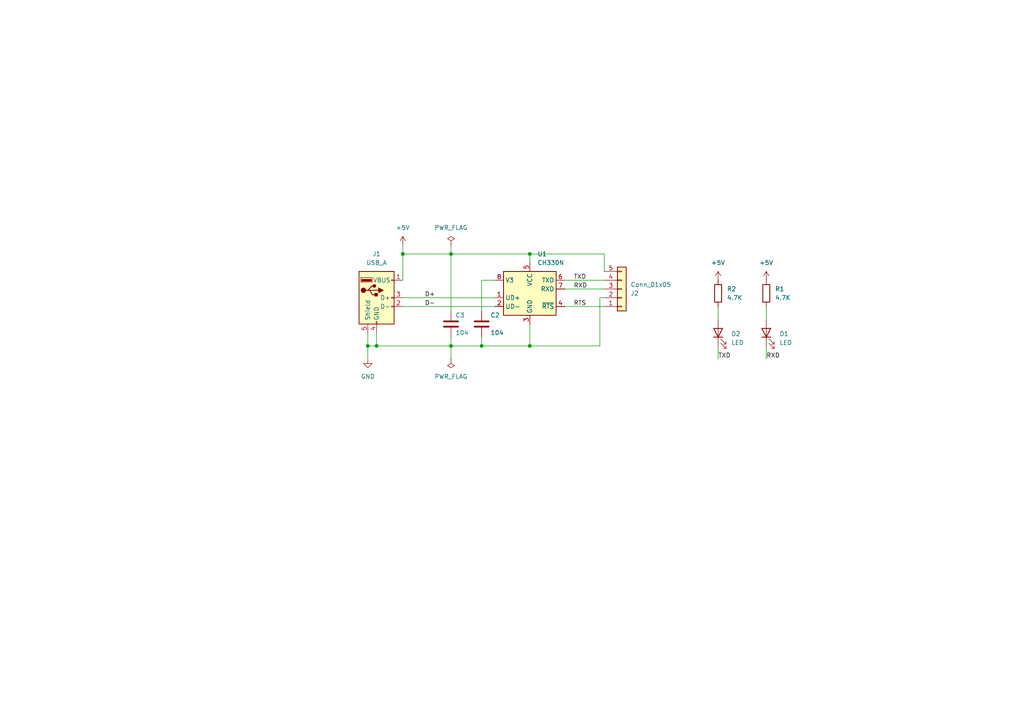
<source format=kicad_sch>
(kicad_sch (version 20230121) (generator eeschema)

  (uuid 9989e371-3d35-480c-a1e8-1b047418ba18)

  (paper "A4")

  (title_block
    (title "USB_TTL")
    (date "2023-08-22")
    (rev "V1.0")
  )

  (lib_symbols
    (symbol "Connector:USB_A" (pin_names (offset 1.016)) (in_bom yes) (on_board yes)
      (property "Reference" "J" (at -5.08 11.43 0)
        (effects (font (size 1.27 1.27)) (justify left))
      )
      (property "Value" "USB_A" (at -5.08 8.89 0)
        (effects (font (size 1.27 1.27)) (justify left))
      )
      (property "Footprint" "" (at 3.81 -1.27 0)
        (effects (font (size 1.27 1.27)) hide)
      )
      (property "Datasheet" " ~" (at 3.81 -1.27 0)
        (effects (font (size 1.27 1.27)) hide)
      )
      (property "ki_keywords" "connector USB" (at 0 0 0)
        (effects (font (size 1.27 1.27)) hide)
      )
      (property "ki_description" "USB Type A connector" (at 0 0 0)
        (effects (font (size 1.27 1.27)) hide)
      )
      (property "ki_fp_filters" "USB*" (at 0 0 0)
        (effects (font (size 1.27 1.27)) hide)
      )
      (symbol "USB_A_0_1"
        (rectangle (start -5.08 -7.62) (end 5.08 7.62)
          (stroke (width 0.254) (type default))
          (fill (type background))
        )
        (circle (center -3.81 2.159) (radius 0.635)
          (stroke (width 0.254) (type default))
          (fill (type outline))
        )
        (rectangle (start -1.524 4.826) (end -4.318 5.334)
          (stroke (width 0) (type default))
          (fill (type outline))
        )
        (rectangle (start -1.27 4.572) (end -4.572 5.842)
          (stroke (width 0) (type default))
          (fill (type none))
        )
        (circle (center -0.635 3.429) (radius 0.381)
          (stroke (width 0.254) (type default))
          (fill (type outline))
        )
        (rectangle (start -0.127 -7.62) (end 0.127 -6.858)
          (stroke (width 0) (type default))
          (fill (type none))
        )
        (polyline
          (pts
            (xy -3.175 2.159)
            (xy -2.54 2.159)
            (xy -1.27 3.429)
            (xy -0.635 3.429)
          )
          (stroke (width 0.254) (type default))
          (fill (type none))
        )
        (polyline
          (pts
            (xy -2.54 2.159)
            (xy -1.905 2.159)
            (xy -1.27 0.889)
            (xy 0 0.889)
          )
          (stroke (width 0.254) (type default))
          (fill (type none))
        )
        (polyline
          (pts
            (xy 0.635 2.794)
            (xy 0.635 1.524)
            (xy 1.905 2.159)
            (xy 0.635 2.794)
          )
          (stroke (width 0.254) (type default))
          (fill (type outline))
        )
        (rectangle (start 0.254 1.27) (end -0.508 0.508)
          (stroke (width 0.254) (type default))
          (fill (type outline))
        )
        (rectangle (start 5.08 -2.667) (end 4.318 -2.413)
          (stroke (width 0) (type default))
          (fill (type none))
        )
        (rectangle (start 5.08 -0.127) (end 4.318 0.127)
          (stroke (width 0) (type default))
          (fill (type none))
        )
        (rectangle (start 5.08 4.953) (end 4.318 5.207)
          (stroke (width 0) (type default))
          (fill (type none))
        )
      )
      (symbol "USB_A_1_1"
        (polyline
          (pts
            (xy -1.905 2.159)
            (xy 0.635 2.159)
          )
          (stroke (width 0.254) (type default))
          (fill (type none))
        )
        (pin power_in line (at 7.62 5.08 180) (length 2.54)
          (name "VBUS" (effects (font (size 1.27 1.27))))
          (number "1" (effects (font (size 1.27 1.27))))
        )
        (pin bidirectional line (at 7.62 -2.54 180) (length 2.54)
          (name "D-" (effects (font (size 1.27 1.27))))
          (number "2" (effects (font (size 1.27 1.27))))
        )
        (pin bidirectional line (at 7.62 0 180) (length 2.54)
          (name "D+" (effects (font (size 1.27 1.27))))
          (number "3" (effects (font (size 1.27 1.27))))
        )
        (pin power_in line (at 0 -10.16 90) (length 2.54)
          (name "GND" (effects (font (size 1.27 1.27))))
          (number "4" (effects (font (size 1.27 1.27))))
        )
        (pin passive line (at -2.54 -10.16 90) (length 2.54)
          (name "Shield" (effects (font (size 1.27 1.27))))
          (number "5" (effects (font (size 1.27 1.27))))
        )
      )
    )
    (symbol "Connector_Generic:Conn_01x05" (pin_names (offset 1.016) hide) (in_bom yes) (on_board yes)
      (property "Reference" "J" (at 0 7.62 0)
        (effects (font (size 1.27 1.27)))
      )
      (property "Value" "Conn_01x05" (at 0 -7.62 0)
        (effects (font (size 1.27 1.27)))
      )
      (property "Footprint" "" (at 0 0 0)
        (effects (font (size 1.27 1.27)) hide)
      )
      (property "Datasheet" "~" (at 0 0 0)
        (effects (font (size 1.27 1.27)) hide)
      )
      (property "ki_keywords" "connector" (at 0 0 0)
        (effects (font (size 1.27 1.27)) hide)
      )
      (property "ki_description" "Generic connector, single row, 01x05, script generated (kicad-library-utils/schlib/autogen/connector/)" (at 0 0 0)
        (effects (font (size 1.27 1.27)) hide)
      )
      (property "ki_fp_filters" "Connector*:*_1x??_*" (at 0 0 0)
        (effects (font (size 1.27 1.27)) hide)
      )
      (symbol "Conn_01x05_1_1"
        (rectangle (start -1.27 -4.953) (end 0 -5.207)
          (stroke (width 0.1524) (type default))
          (fill (type none))
        )
        (rectangle (start -1.27 -2.413) (end 0 -2.667)
          (stroke (width 0.1524) (type default))
          (fill (type none))
        )
        (rectangle (start -1.27 0.127) (end 0 -0.127)
          (stroke (width 0.1524) (type default))
          (fill (type none))
        )
        (rectangle (start -1.27 2.667) (end 0 2.413)
          (stroke (width 0.1524) (type default))
          (fill (type none))
        )
        (rectangle (start -1.27 5.207) (end 0 4.953)
          (stroke (width 0.1524) (type default))
          (fill (type none))
        )
        (rectangle (start -1.27 6.35) (end 1.27 -6.35)
          (stroke (width 0.254) (type default))
          (fill (type background))
        )
        (pin passive line (at -5.08 5.08 0) (length 3.81)
          (name "Pin_1" (effects (font (size 1.27 1.27))))
          (number "1" (effects (font (size 1.27 1.27))))
        )
        (pin passive line (at -5.08 2.54 0) (length 3.81)
          (name "Pin_2" (effects (font (size 1.27 1.27))))
          (number "2" (effects (font (size 1.27 1.27))))
        )
        (pin passive line (at -5.08 0 0) (length 3.81)
          (name "Pin_3" (effects (font (size 1.27 1.27))))
          (number "3" (effects (font (size 1.27 1.27))))
        )
        (pin passive line (at -5.08 -2.54 0) (length 3.81)
          (name "Pin_4" (effects (font (size 1.27 1.27))))
          (number "4" (effects (font (size 1.27 1.27))))
        )
        (pin passive line (at -5.08 -5.08 0) (length 3.81)
          (name "Pin_5" (effects (font (size 1.27 1.27))))
          (number "5" (effects (font (size 1.27 1.27))))
        )
      )
    )
    (symbol "Device:C" (pin_numbers hide) (pin_names (offset 0.254)) (in_bom yes) (on_board yes)
      (property "Reference" "C" (at 0.635 2.54 0)
        (effects (font (size 1.27 1.27)) (justify left))
      )
      (property "Value" "C" (at 0.635 -2.54 0)
        (effects (font (size 1.27 1.27)) (justify left))
      )
      (property "Footprint" "" (at 0.9652 -3.81 0)
        (effects (font (size 1.27 1.27)) hide)
      )
      (property "Datasheet" "~" (at 0 0 0)
        (effects (font (size 1.27 1.27)) hide)
      )
      (property "ki_keywords" "cap capacitor" (at 0 0 0)
        (effects (font (size 1.27 1.27)) hide)
      )
      (property "ki_description" "Unpolarized capacitor" (at 0 0 0)
        (effects (font (size 1.27 1.27)) hide)
      )
      (property "ki_fp_filters" "C_*" (at 0 0 0)
        (effects (font (size 1.27 1.27)) hide)
      )
      (symbol "C_0_1"
        (polyline
          (pts
            (xy -2.032 -0.762)
            (xy 2.032 -0.762)
          )
          (stroke (width 0.508) (type default))
          (fill (type none))
        )
        (polyline
          (pts
            (xy -2.032 0.762)
            (xy 2.032 0.762)
          )
          (stroke (width 0.508) (type default))
          (fill (type none))
        )
      )
      (symbol "C_1_1"
        (pin passive line (at 0 3.81 270) (length 2.794)
          (name "~" (effects (font (size 1.27 1.27))))
          (number "1" (effects (font (size 1.27 1.27))))
        )
        (pin passive line (at 0 -3.81 90) (length 2.794)
          (name "~" (effects (font (size 1.27 1.27))))
          (number "2" (effects (font (size 1.27 1.27))))
        )
      )
    )
    (symbol "Device:LED" (pin_numbers hide) (pin_names (offset 1.016) hide) (in_bom yes) (on_board yes)
      (property "Reference" "D" (at 0 2.54 0)
        (effects (font (size 1.27 1.27)))
      )
      (property "Value" "LED" (at 0 -2.54 0)
        (effects (font (size 1.27 1.27)))
      )
      (property "Footprint" "" (at 0 0 0)
        (effects (font (size 1.27 1.27)) hide)
      )
      (property "Datasheet" "~" (at 0 0 0)
        (effects (font (size 1.27 1.27)) hide)
      )
      (property "ki_keywords" "LED diode" (at 0 0 0)
        (effects (font (size 1.27 1.27)) hide)
      )
      (property "ki_description" "Light emitting diode" (at 0 0 0)
        (effects (font (size 1.27 1.27)) hide)
      )
      (property "ki_fp_filters" "LED* LED_SMD:* LED_THT:*" (at 0 0 0)
        (effects (font (size 1.27 1.27)) hide)
      )
      (symbol "LED_0_1"
        (polyline
          (pts
            (xy -1.27 -1.27)
            (xy -1.27 1.27)
          )
          (stroke (width 0.254) (type default))
          (fill (type none))
        )
        (polyline
          (pts
            (xy -1.27 0)
            (xy 1.27 0)
          )
          (stroke (width 0) (type default))
          (fill (type none))
        )
        (polyline
          (pts
            (xy 1.27 -1.27)
            (xy 1.27 1.27)
            (xy -1.27 0)
            (xy 1.27 -1.27)
          )
          (stroke (width 0.254) (type default))
          (fill (type none))
        )
        (polyline
          (pts
            (xy -3.048 -0.762)
            (xy -4.572 -2.286)
            (xy -3.81 -2.286)
            (xy -4.572 -2.286)
            (xy -4.572 -1.524)
          )
          (stroke (width 0) (type default))
          (fill (type none))
        )
        (polyline
          (pts
            (xy -1.778 -0.762)
            (xy -3.302 -2.286)
            (xy -2.54 -2.286)
            (xy -3.302 -2.286)
            (xy -3.302 -1.524)
          )
          (stroke (width 0) (type default))
          (fill (type none))
        )
      )
      (symbol "LED_1_1"
        (pin passive line (at -3.81 0 0) (length 2.54)
          (name "K" (effects (font (size 1.27 1.27))))
          (number "1" (effects (font (size 1.27 1.27))))
        )
        (pin passive line (at 3.81 0 180) (length 2.54)
          (name "A" (effects (font (size 1.27 1.27))))
          (number "2" (effects (font (size 1.27 1.27))))
        )
      )
    )
    (symbol "Device:R" (pin_numbers hide) (pin_names (offset 0)) (in_bom yes) (on_board yes)
      (property "Reference" "R" (at 2.032 0 90)
        (effects (font (size 1.27 1.27)))
      )
      (property "Value" "R" (at 0 0 90)
        (effects (font (size 1.27 1.27)))
      )
      (property "Footprint" "" (at -1.778 0 90)
        (effects (font (size 1.27 1.27)) hide)
      )
      (property "Datasheet" "~" (at 0 0 0)
        (effects (font (size 1.27 1.27)) hide)
      )
      (property "ki_keywords" "R res resistor" (at 0 0 0)
        (effects (font (size 1.27 1.27)) hide)
      )
      (property "ki_description" "Resistor" (at 0 0 0)
        (effects (font (size 1.27 1.27)) hide)
      )
      (property "ki_fp_filters" "R_*" (at 0 0 0)
        (effects (font (size 1.27 1.27)) hide)
      )
      (symbol "R_0_1"
        (rectangle (start -1.016 -2.54) (end 1.016 2.54)
          (stroke (width 0.254) (type default))
          (fill (type none))
        )
      )
      (symbol "R_1_1"
        (pin passive line (at 0 3.81 270) (length 1.27)
          (name "~" (effects (font (size 1.27 1.27))))
          (number "1" (effects (font (size 1.27 1.27))))
        )
        (pin passive line (at 0 -3.81 90) (length 1.27)
          (name "~" (effects (font (size 1.27 1.27))))
          (number "2" (effects (font (size 1.27 1.27))))
        )
      )
    )
    (symbol "Interface_USB:CH330N" (in_bom yes) (on_board yes)
      (property "Reference" "U" (at -7.62 6.35 0)
        (effects (font (size 1.27 1.27)) (justify left))
      )
      (property "Value" "CH330N" (at 7.62 6.35 0)
        (effects (font (size 1.27 1.27)) (justify right))
      )
      (property "Footprint" "Package_SO:SOIC-8_3.9x4.9mm_P1.27mm" (at -3.81 19.05 0)
        (effects (font (size 1.27 1.27)) hide)
      )
      (property "Datasheet" "http://www.wch.cn/downloads/file/240.html" (at -2.54 5.08 0)
        (effects (font (size 1.27 1.27)) hide)
      )
      (property "ki_keywords" "usb uart wch serial" (at 0 0 0)
        (effects (font (size 1.27 1.27)) hide)
      )
      (property "ki_description" "USB serial converter, UART, SOIC-8" (at 0 0 0)
        (effects (font (size 1.27 1.27)) hide)
      )
      (property "ki_fp_filters" "SOIC*3.9x4.9mm*P1.27mm*" (at 0 0 0)
        (effects (font (size 1.27 1.27)) hide)
      )
      (symbol "CH330N_0_1"
        (rectangle (start -7.62 5.08) (end 7.62 -7.62)
          (stroke (width 0.254) (type default))
          (fill (type background))
        )
      )
      (symbol "CH330N_1_1"
        (pin bidirectional line (at -10.16 -2.54 0) (length 2.54)
          (name "UD+" (effects (font (size 1.27 1.27))))
          (number "1" (effects (font (size 1.27 1.27))))
        )
        (pin bidirectional line (at -10.16 -5.08 0) (length 2.54)
          (name "UD-" (effects (font (size 1.27 1.27))))
          (number "2" (effects (font (size 1.27 1.27))))
        )
        (pin power_in line (at 0 -10.16 90) (length 2.54)
          (name "GND" (effects (font (size 1.27 1.27))))
          (number "3" (effects (font (size 1.27 1.27))))
        )
        (pin output line (at 10.16 -5.08 180) (length 2.54)
          (name "~{RTS}" (effects (font (size 1.27 1.27))))
          (number "4" (effects (font (size 1.27 1.27))))
        )
        (pin power_in line (at 0 7.62 270) (length 2.54)
          (name "VCC" (effects (font (size 1.27 1.27))))
          (number "5" (effects (font (size 1.27 1.27))))
        )
        (pin output line (at 10.16 2.54 180) (length 2.54)
          (name "TXD" (effects (font (size 1.27 1.27))))
          (number "6" (effects (font (size 1.27 1.27))))
        )
        (pin input line (at 10.16 0 180) (length 2.54)
          (name "RXD" (effects (font (size 1.27 1.27))))
          (number "7" (effects (font (size 1.27 1.27))))
        )
        (pin passive line (at -10.16 2.54 0) (length 2.54)
          (name "V3" (effects (font (size 1.27 1.27))))
          (number "8" (effects (font (size 1.27 1.27))))
        )
      )
    )
    (symbol "power:+5V" (power) (pin_names (offset 0)) (in_bom yes) (on_board yes)
      (property "Reference" "#PWR" (at 0 -3.81 0)
        (effects (font (size 1.27 1.27)) hide)
      )
      (property "Value" "+5V" (at 0 3.556 0)
        (effects (font (size 1.27 1.27)))
      )
      (property "Footprint" "" (at 0 0 0)
        (effects (font (size 1.27 1.27)) hide)
      )
      (property "Datasheet" "" (at 0 0 0)
        (effects (font (size 1.27 1.27)) hide)
      )
      (property "ki_keywords" "global power" (at 0 0 0)
        (effects (font (size 1.27 1.27)) hide)
      )
      (property "ki_description" "Power symbol creates a global label with name \"+5V\"" (at 0 0 0)
        (effects (font (size 1.27 1.27)) hide)
      )
      (symbol "+5V_0_1"
        (polyline
          (pts
            (xy -0.762 1.27)
            (xy 0 2.54)
          )
          (stroke (width 0) (type default))
          (fill (type none))
        )
        (polyline
          (pts
            (xy 0 0)
            (xy 0 2.54)
          )
          (stroke (width 0) (type default))
          (fill (type none))
        )
        (polyline
          (pts
            (xy 0 2.54)
            (xy 0.762 1.27)
          )
          (stroke (width 0) (type default))
          (fill (type none))
        )
      )
      (symbol "+5V_1_1"
        (pin power_in line (at 0 0 90) (length 0) hide
          (name "+5V" (effects (font (size 1.27 1.27))))
          (number "1" (effects (font (size 1.27 1.27))))
        )
      )
    )
    (symbol "power:GND" (power) (pin_names (offset 0)) (in_bom yes) (on_board yes)
      (property "Reference" "#PWR" (at 0 -6.35 0)
        (effects (font (size 1.27 1.27)) hide)
      )
      (property "Value" "GND" (at 0 -3.81 0)
        (effects (font (size 1.27 1.27)))
      )
      (property "Footprint" "" (at 0 0 0)
        (effects (font (size 1.27 1.27)) hide)
      )
      (property "Datasheet" "" (at 0 0 0)
        (effects (font (size 1.27 1.27)) hide)
      )
      (property "ki_keywords" "global power" (at 0 0 0)
        (effects (font (size 1.27 1.27)) hide)
      )
      (property "ki_description" "Power symbol creates a global label with name \"GND\" , ground" (at 0 0 0)
        (effects (font (size 1.27 1.27)) hide)
      )
      (symbol "GND_0_1"
        (polyline
          (pts
            (xy 0 0)
            (xy 0 -1.27)
            (xy 1.27 -1.27)
            (xy 0 -2.54)
            (xy -1.27 -1.27)
            (xy 0 -1.27)
          )
          (stroke (width 0) (type default))
          (fill (type none))
        )
      )
      (symbol "GND_1_1"
        (pin power_in line (at 0 0 270) (length 0) hide
          (name "GND" (effects (font (size 1.27 1.27))))
          (number "1" (effects (font (size 1.27 1.27))))
        )
      )
    )
    (symbol "power:PWR_FLAG" (power) (pin_numbers hide) (pin_names (offset 0) hide) (in_bom yes) (on_board yes)
      (property "Reference" "#FLG" (at 0 1.905 0)
        (effects (font (size 1.27 1.27)) hide)
      )
      (property "Value" "PWR_FLAG" (at 0 3.81 0)
        (effects (font (size 1.27 1.27)))
      )
      (property "Footprint" "" (at 0 0 0)
        (effects (font (size 1.27 1.27)) hide)
      )
      (property "Datasheet" "~" (at 0 0 0)
        (effects (font (size 1.27 1.27)) hide)
      )
      (property "ki_keywords" "flag power" (at 0 0 0)
        (effects (font (size 1.27 1.27)) hide)
      )
      (property "ki_description" "Special symbol for telling ERC where power comes from" (at 0 0 0)
        (effects (font (size 1.27 1.27)) hide)
      )
      (symbol "PWR_FLAG_0_0"
        (pin power_out line (at 0 0 90) (length 0)
          (name "pwr" (effects (font (size 1.27 1.27))))
          (number "1" (effects (font (size 1.27 1.27))))
        )
      )
      (symbol "PWR_FLAG_0_1"
        (polyline
          (pts
            (xy 0 0)
            (xy 0 1.27)
            (xy -1.016 1.905)
            (xy 0 2.54)
            (xy 1.016 1.905)
            (xy 0 1.27)
          )
          (stroke (width 0) (type default))
          (fill (type none))
        )
      )
    )
  )

  (junction (at 130.81 73.66) (diameter 0) (color 0 0 0 0)
    (uuid 10016a2d-388c-43a7-adfc-e162e03f8a63)
  )
  (junction (at 139.7 100.33) (diameter 0) (color 0 0 0 0)
    (uuid 2dccf86b-104b-425c-9c76-6c663b773fea)
  )
  (junction (at 106.68 100.33) (diameter 0) (color 0 0 0 0)
    (uuid 3038bdb6-8679-4293-951c-1ccb62c10625)
  )
  (junction (at 153.67 100.33) (diameter 0) (color 0 0 0 0)
    (uuid 8e8ab383-b581-466a-8307-c592d8a694d4)
  )
  (junction (at 153.67 73.66) (diameter 0) (color 0 0 0 0)
    (uuid ad31680e-6873-4eb7-9daf-46f31266c3fb)
  )
  (junction (at 116.84 73.66) (diameter 0) (color 0 0 0 0)
    (uuid d8666ac4-b7e4-424b-9514-10e472965c92)
  )
  (junction (at 130.81 100.33) (diameter 0) (color 0 0 0 0)
    (uuid ef1a873c-c3f3-460e-b7d0-1c21e9b577c7)
  )
  (junction (at 109.22 100.33) (diameter 0) (color 0 0 0 0)
    (uuid fef0e64e-ee45-4b0e-b748-1d7ff5967936)
  )

  (wire (pts (xy 139.7 81.28) (xy 139.7 90.17))
    (stroke (width 0) (type default))
    (uuid 0108e0a9-ee84-4b21-869f-46a84d64149c)
  )
  (wire (pts (xy 222.25 100.33) (xy 222.25 104.14))
    (stroke (width 0) (type default))
    (uuid 05ce24b5-ffca-4078-8249-aaad5302a817)
  )
  (wire (pts (xy 153.67 73.66) (xy 130.81 73.66))
    (stroke (width 0) (type default))
    (uuid 0d822dee-ef89-4ae6-a5c8-7d73ece24e14)
  )
  (wire (pts (xy 139.7 100.33) (xy 153.67 100.33))
    (stroke (width 0) (type default))
    (uuid 319eabf8-a31d-4abd-889f-7d5f44a867c2)
  )
  (wire (pts (xy 163.83 83.82) (xy 175.26 83.82))
    (stroke (width 0) (type default))
    (uuid 43929c20-6f29-4c8f-a68e-d7af813dd961)
  )
  (wire (pts (xy 130.81 100.33) (xy 130.81 104.14))
    (stroke (width 0) (type default))
    (uuid 58c47a5d-7b4d-49ff-8577-626ba9dbcfa1)
  )
  (wire (pts (xy 175.26 86.36) (xy 173.99 86.36))
    (stroke (width 0) (type default))
    (uuid 58e66f44-2638-4e4f-a890-5612ff71c745)
  )
  (wire (pts (xy 116.84 86.36) (xy 143.51 86.36))
    (stroke (width 0) (type default))
    (uuid 5a9b8ed1-e5dd-4659-9d33-182c4b0fc27c)
  )
  (wire (pts (xy 130.81 73.66) (xy 130.81 90.17))
    (stroke (width 0) (type default))
    (uuid 5ac54b03-51ae-4248-8eb9-7ac533c78d24)
  )
  (wire (pts (xy 106.68 100.33) (xy 109.22 100.33))
    (stroke (width 0) (type default))
    (uuid 5c0db82f-2f69-401a-a2d6-571dfa631d53)
  )
  (wire (pts (xy 153.67 100.33) (xy 153.67 93.98))
    (stroke (width 0) (type default))
    (uuid 5d29953b-c8d7-443d-b507-b36772906505)
  )
  (wire (pts (xy 130.81 97.79) (xy 130.81 100.33))
    (stroke (width 0) (type default))
    (uuid 7146f470-6665-4b9c-9538-928e8ec59c77)
  )
  (wire (pts (xy 175.26 73.66) (xy 153.67 73.66))
    (stroke (width 0) (type default))
    (uuid 75de2a74-a445-4888-ad27-bb2e9b79ba48)
  )
  (wire (pts (xy 175.26 78.74) (xy 175.26 73.66))
    (stroke (width 0) (type default))
    (uuid 837ee6b2-6f49-4fa2-a98e-b6408d50fcca)
  )
  (wire (pts (xy 173.99 100.33) (xy 153.67 100.33))
    (stroke (width 0) (type default))
    (uuid 850259ea-ca48-45d8-90a9-56dc13e8a661)
  )
  (wire (pts (xy 116.84 73.66) (xy 116.84 81.28))
    (stroke (width 0) (type default))
    (uuid 89ce4f5c-2fe9-4be7-b1e4-a7ccc1d9b2e0)
  )
  (wire (pts (xy 143.51 81.28) (xy 139.7 81.28))
    (stroke (width 0) (type default))
    (uuid 8b53d5e2-3f36-41c0-b18b-9dc1dae5cf68)
  )
  (wire (pts (xy 106.68 96.52) (xy 106.68 100.33))
    (stroke (width 0) (type default))
    (uuid 8c203c79-925f-44be-a3ac-e79723cf7c95)
  )
  (wire (pts (xy 208.28 100.33) (xy 208.28 104.14))
    (stroke (width 0) (type default))
    (uuid 8e2a08f9-3389-49b3-b972-b9c15991f5de)
  )
  (wire (pts (xy 208.28 88.9) (xy 208.28 92.71))
    (stroke (width 0) (type default))
    (uuid a06a2b10-a364-43f1-80ae-f530a880039f)
  )
  (wire (pts (xy 163.83 88.9) (xy 175.26 88.9))
    (stroke (width 0) (type default))
    (uuid be469609-02c3-4447-9e96-3a5db235d139)
  )
  (wire (pts (xy 106.68 104.14) (xy 106.68 100.33))
    (stroke (width 0) (type default))
    (uuid bf28f6b0-abc6-4f5b-ac47-5f938a24ede8)
  )
  (wire (pts (xy 109.22 100.33) (xy 130.81 100.33))
    (stroke (width 0) (type default))
    (uuid c383b200-5fe7-432c-b476-411962bad115)
  )
  (wire (pts (xy 153.67 73.66) (xy 153.67 76.2))
    (stroke (width 0) (type default))
    (uuid c676565f-4d9d-42e9-8f26-5c9d695c3175)
  )
  (wire (pts (xy 130.81 71.12) (xy 130.81 73.66))
    (stroke (width 0) (type default))
    (uuid c6c737ad-4a2d-430e-9014-bf52ca106178)
  )
  (wire (pts (xy 222.25 88.9) (xy 222.25 92.71))
    (stroke (width 0) (type default))
    (uuid cef9ec23-8ea5-4ddc-bbb1-d2b8098fe228)
  )
  (wire (pts (xy 163.83 81.28) (xy 175.26 81.28))
    (stroke (width 0) (type default))
    (uuid cf3b546a-b6b1-4902-8816-f206a872402c)
  )
  (wire (pts (xy 173.99 86.36) (xy 173.99 100.33))
    (stroke (width 0) (type default))
    (uuid d875bd5e-26ac-4719-ab93-f0f9d54941e3)
  )
  (wire (pts (xy 139.7 97.79) (xy 139.7 100.33))
    (stroke (width 0) (type default))
    (uuid e4c8ba46-d8f3-4e46-a84b-595e6f63dd41)
  )
  (wire (pts (xy 116.84 71.12) (xy 116.84 73.66))
    (stroke (width 0) (type default))
    (uuid e525011a-96de-4a2a-9b2d-389150a2449c)
  )
  (wire (pts (xy 109.22 96.52) (xy 109.22 100.33))
    (stroke (width 0) (type default))
    (uuid ec42deb1-d2ce-4503-bab4-83374a73baff)
  )
  (wire (pts (xy 116.84 88.9) (xy 143.51 88.9))
    (stroke (width 0) (type default))
    (uuid f2b0fa95-9f1c-4793-b01f-42112b26f329)
  )
  (wire (pts (xy 130.81 73.66) (xy 116.84 73.66))
    (stroke (width 0) (type default))
    (uuid fd69a1bb-052f-4ca6-a227-df9c454df3fc)
  )
  (wire (pts (xy 130.81 100.33) (xy 139.7 100.33))
    (stroke (width 0) (type default))
    (uuid fd8b9e57-5c35-424c-a3b0-6ad1da79b694)
  )

  (label "RXD" (at 222.25 104.14 0) (fields_autoplaced)
    (effects (font (size 1.27 1.27)) (justify left bottom))
    (uuid 17742df0-73ee-4dc7-9e62-3e70ff163bd3)
  )
  (label "TXD" (at 208.28 104.14 0) (fields_autoplaced)
    (effects (font (size 1.27 1.27)) (justify left bottom))
    (uuid 341475d1-18ea-4619-81b7-b2a2b69216d6)
  )
  (label "D+" (at 123.19 86.36 0) (fields_autoplaced)
    (effects (font (size 1.27 1.27)) (justify left bottom))
    (uuid 71d6adc3-543b-4149-88f3-840ac5963d46)
  )
  (label "TXD" (at 166.37 81.28 0) (fields_autoplaced)
    (effects (font (size 1.27 1.27)) (justify left bottom))
    (uuid c7d37201-3a9a-4725-b4bf-b6a4a1a32e80)
  )
  (label "D-" (at 123.19 88.9 0) (fields_autoplaced)
    (effects (font (size 1.27 1.27)) (justify left bottom))
    (uuid c9d08d11-750c-41fb-a00f-c06982bcd3dd)
  )
  (label "RXD" (at 166.37 83.82 0) (fields_autoplaced)
    (effects (font (size 1.27 1.27)) (justify left bottom))
    (uuid dabd8d0e-c4b0-4453-b1fd-dab7c5211e8e)
  )
  (label "RTS" (at 166.37 88.9 0) (fields_autoplaced)
    (effects (font (size 1.27 1.27)) (justify left bottom))
    (uuid f1cf02ea-ec1c-4b15-a8ab-0155139a874f)
  )

  (symbol (lib_id "power:PWR_FLAG") (at 130.81 104.14 180) (unit 1)
    (in_bom yes) (on_board yes) (dnp no) (fields_autoplaced)
    (uuid 1552bc3b-7769-4b56-b6c5-97d3311ad943)
    (property "Reference" "#FLG02" (at 130.81 106.045 0)
      (effects (font (size 1.27 1.27)) hide)
    )
    (property "Value" "PWR_FLAG" (at 130.81 109.22 0)
      (effects (font (size 1.27 1.27)))
    )
    (property "Footprint" "" (at 130.81 104.14 0)
      (effects (font (size 1.27 1.27)) hide)
    )
    (property "Datasheet" "~" (at 130.81 104.14 0)
      (effects (font (size 1.27 1.27)) hide)
    )
    (pin "1" (uuid 7e262215-bd6d-4f23-848c-4053d10fba88))
    (instances
      (project "USB_TTL"
        (path "/9989e371-3d35-480c-a1e8-1b047418ba18"
          (reference "#FLG02") (unit 1)
        )
      )
    )
  )

  (symbol (lib_id "Connector_Generic:Conn_01x05") (at 180.34 83.82 0) (mirror x) (unit 1)
    (in_bom yes) (on_board yes) (dnp no)
    (uuid 17206457-8cca-4241-9e19-39e2cd52c5c1)
    (property "Reference" "J2" (at 182.88 85.09 0)
      (effects (font (size 1.27 1.27)) (justify left))
    )
    (property "Value" "Conn_01x05" (at 182.88 82.55 0)
      (effects (font (size 1.27 1.27)) (justify left))
    )
    (property "Footprint" "Connector_PinHeader_2.54mm:PinHeader_1x05_P2.54mm_Horizontal" (at 180.34 83.82 0)
      (effects (font (size 1.27 1.27)) hide)
    )
    (property "Datasheet" "~" (at 180.34 83.82 0)
      (effects (font (size 1.27 1.27)) hide)
    )
    (pin "1" (uuid 57b378c3-1ff5-49a6-8044-a2ea8ccfcc9b))
    (pin "2" (uuid 946e9120-4425-44a0-a964-ddba403fa056))
    (pin "3" (uuid 664e6809-601a-4e43-9fb4-5cb4897f8c9e))
    (pin "4" (uuid 4f154a77-9067-415d-952a-980652be84e9))
    (pin "5" (uuid d04b8364-b681-42a7-bc83-4858a505cbf6))
    (instances
      (project "USB_TTL"
        (path "/9989e371-3d35-480c-a1e8-1b047418ba18"
          (reference "J2") (unit 1)
        )
      )
    )
  )

  (symbol (lib_id "Device:LED") (at 222.25 96.52 90) (unit 1)
    (in_bom yes) (on_board yes) (dnp no) (fields_autoplaced)
    (uuid 2bdb5186-0e64-4e16-9003-753d6f761a3b)
    (property "Reference" "D1" (at 226.06 96.8375 90)
      (effects (font (size 1.27 1.27)) (justify right))
    )
    (property "Value" "LED" (at 226.06 99.3775 90)
      (effects (font (size 1.27 1.27)) (justify right))
    )
    (property "Footprint" "LED_SMD:LED_0201_0603Metric" (at 222.25 96.52 0)
      (effects (font (size 1.27 1.27)) hide)
    )
    (property "Datasheet" "~" (at 222.25 96.52 0)
      (effects (font (size 1.27 1.27)) hide)
    )
    (pin "1" (uuid e2ff3bbb-e3b7-455e-92a2-d2cacd956e7a))
    (pin "2" (uuid 65151655-78ef-4fe5-a630-d818d75fb66a))
    (instances
      (project "USB_TTL"
        (path "/9989e371-3d35-480c-a1e8-1b047418ba18"
          (reference "D1") (unit 1)
        )
      )
    )
  )

  (symbol (lib_id "Device:C") (at 139.7 93.98 0) (unit 1)
    (in_bom yes) (on_board yes) (dnp no)
    (uuid 3c36a533-9200-4462-ad4a-ca0a9afa6caa)
    (property "Reference" "C2" (at 142.24 91.44 0)
      (effects (font (size 1.27 1.27)) (justify left))
    )
    (property "Value" "104" (at 142.24 96.52 0)
      (effects (font (size 1.27 1.27)) (justify left))
    )
    (property "Footprint" "Capacitor_SMD:C_0201_0603Metric" (at 140.6652 97.79 0)
      (effects (font (size 1.27 1.27)) hide)
    )
    (property "Datasheet" "~" (at 139.7 93.98 0)
      (effects (font (size 1.27 1.27)) hide)
    )
    (pin "1" (uuid 159d9ebb-a302-4bcd-83ba-758a5025218d))
    (pin "2" (uuid 17f13176-89ae-41f2-a1dc-948cb18c044e))
    (instances
      (project "USB_TTL"
        (path "/9989e371-3d35-480c-a1e8-1b047418ba18"
          (reference "C2") (unit 1)
        )
      )
    )
  )

  (symbol (lib_id "power:+5V") (at 208.28 81.28 0) (unit 1)
    (in_bom yes) (on_board yes) (dnp no) (fields_autoplaced)
    (uuid 440ad4ac-a537-43c7-8815-4cbfbe1ef146)
    (property "Reference" "#PWR01" (at 208.28 85.09 0)
      (effects (font (size 1.27 1.27)) hide)
    )
    (property "Value" "+5V" (at 208.28 76.2 0)
      (effects (font (size 1.27 1.27)))
    )
    (property "Footprint" "" (at 208.28 81.28 0)
      (effects (font (size 1.27 1.27)) hide)
    )
    (property "Datasheet" "" (at 208.28 81.28 0)
      (effects (font (size 1.27 1.27)) hide)
    )
    (pin "1" (uuid 8347923f-b33e-43bb-8693-aa4baa8d90d3))
    (instances
      (project "USB_TTL"
        (path "/9989e371-3d35-480c-a1e8-1b047418ba18"
          (reference "#PWR01") (unit 1)
        )
      )
    )
  )

  (symbol (lib_id "power:GND") (at 106.68 104.14 0) (unit 1)
    (in_bom yes) (on_board yes) (dnp no) (fields_autoplaced)
    (uuid 5589218d-337b-41c9-8906-d3a2458b2ba7)
    (property "Reference" "#PWR06" (at 106.68 110.49 0)
      (effects (font (size 1.27 1.27)) hide)
    )
    (property "Value" "GND" (at 106.68 109.22 0)
      (effects (font (size 1.27 1.27)))
    )
    (property "Footprint" "" (at 106.68 104.14 0)
      (effects (font (size 1.27 1.27)) hide)
    )
    (property "Datasheet" "" (at 106.68 104.14 0)
      (effects (font (size 1.27 1.27)) hide)
    )
    (pin "1" (uuid d87361a9-9c65-4f9b-8396-13532902b78f))
    (instances
      (project "USB_TTL"
        (path "/9989e371-3d35-480c-a1e8-1b047418ba18"
          (reference "#PWR06") (unit 1)
        )
      )
    )
  )

  (symbol (lib_id "Interface_USB:CH330N") (at 153.67 83.82 0) (unit 1)
    (in_bom yes) (on_board yes) (dnp no) (fields_autoplaced)
    (uuid 78124dc1-8b2e-4d61-b676-f23ef5b2b37e)
    (property "Reference" "U1" (at 155.8641 73.66 0)
      (effects (font (size 1.27 1.27)) (justify left))
    )
    (property "Value" "CH330N" (at 155.8641 76.2 0)
      (effects (font (size 1.27 1.27)) (justify left))
    )
    (property "Footprint" "Package_SO:SOIC-8_3.9x4.9mm_P1.27mm" (at 149.86 64.77 0)
      (effects (font (size 1.27 1.27)) hide)
    )
    (property "Datasheet" "http://www.wch.cn/downloads/file/240.html" (at 151.13 78.74 0)
      (effects (font (size 1.27 1.27)) hide)
    )
    (pin "1" (uuid 5c42a0d1-f9c7-4269-b761-4e0aa232050a))
    (pin "2" (uuid d563f649-077f-447d-aefc-3b12aae466da))
    (pin "3" (uuid 26bc881b-ead2-43a2-a0f6-b7925797edc8))
    (pin "4" (uuid ec6a1fa7-c593-4bbd-8179-67c85d2b6657))
    (pin "5" (uuid 10df44f2-f4a1-4f97-b00d-de601778fd3b))
    (pin "6" (uuid 2d80ea7d-f799-4979-89b0-38a1fbbe500c))
    (pin "7" (uuid 84979b2b-16a9-4d6f-b3c8-362c88e3b2d6))
    (pin "8" (uuid f054b457-b77d-4faf-ac1a-59bc3770fb6f))
    (instances
      (project "USB_TTL"
        (path "/9989e371-3d35-480c-a1e8-1b047418ba18"
          (reference "U1") (unit 1)
        )
      )
    )
  )

  (symbol (lib_id "power:+5V") (at 222.25 81.28 0) (unit 1)
    (in_bom yes) (on_board yes) (dnp no) (fields_autoplaced)
    (uuid 7c747138-b0bb-4640-a0dc-cb2d33c142b7)
    (property "Reference" "#PWR02" (at 222.25 85.09 0)
      (effects (font (size 1.27 1.27)) hide)
    )
    (property "Value" "+5V" (at 222.25 76.2 0)
      (effects (font (size 1.27 1.27)))
    )
    (property "Footprint" "" (at 222.25 81.28 0)
      (effects (font (size 1.27 1.27)) hide)
    )
    (property "Datasheet" "" (at 222.25 81.28 0)
      (effects (font (size 1.27 1.27)) hide)
    )
    (pin "1" (uuid 730cb60b-d2d9-4d71-b8cf-c6d6e1cfb727))
    (instances
      (project "USB_TTL"
        (path "/9989e371-3d35-480c-a1e8-1b047418ba18"
          (reference "#PWR02") (unit 1)
        )
      )
    )
  )

  (symbol (lib_id "Connector:USB_A") (at 109.22 86.36 0) (unit 1)
    (in_bom yes) (on_board yes) (dnp no) (fields_autoplaced)
    (uuid 7fe51110-0bc3-46d8-96d8-829aa069c21f)
    (property "Reference" "J1" (at 109.22 73.66 0)
      (effects (font (size 1.27 1.27)))
    )
    (property "Value" "USB_A" (at 109.22 76.2 0)
      (effects (font (size 1.27 1.27)))
    )
    (property "Footprint" "Connector_USB:USB_A_CNCTech_1001-011-01101_Horizontal" (at 113.03 87.63 0)
      (effects (font (size 1.27 1.27)) hide)
    )
    (property "Datasheet" " ~" (at 113.03 87.63 0)
      (effects (font (size 1.27 1.27)) hide)
    )
    (pin "1" (uuid 0b29d7ee-2059-438d-aca7-6e3a8f515aac))
    (pin "2" (uuid 1d50c5f1-533a-44ca-a5ed-3ace87a5c7af))
    (pin "3" (uuid 76995865-7593-4a45-a5fd-ac1189ab99ae))
    (pin "4" (uuid 9ab5583d-3751-4c69-a9c6-7f8a2cdc42df))
    (pin "5" (uuid cd335e4d-8875-42d5-8909-7a726716583e))
    (instances
      (project "USB_TTL"
        (path "/9989e371-3d35-480c-a1e8-1b047418ba18"
          (reference "J1") (unit 1)
        )
      )
    )
  )

  (symbol (lib_id "power:+5V") (at 116.84 71.12 0) (unit 1)
    (in_bom yes) (on_board yes) (dnp no) (fields_autoplaced)
    (uuid 9f00a5f3-4de4-4201-abad-26ce0c0b5e14)
    (property "Reference" "#PWR03" (at 116.84 74.93 0)
      (effects (font (size 1.27 1.27)) hide)
    )
    (property "Value" "+5V" (at 116.84 66.04 0)
      (effects (font (size 1.27 1.27)))
    )
    (property "Footprint" "" (at 116.84 71.12 0)
      (effects (font (size 1.27 1.27)) hide)
    )
    (property "Datasheet" "" (at 116.84 71.12 0)
      (effects (font (size 1.27 1.27)) hide)
    )
    (pin "1" (uuid 396dd780-9266-4c49-9054-1f2f19a18a90))
    (instances
      (project "USB_TTL"
        (path "/9989e371-3d35-480c-a1e8-1b047418ba18"
          (reference "#PWR03") (unit 1)
        )
      )
    )
  )

  (symbol (lib_id "power:PWR_FLAG") (at 130.81 71.12 0) (unit 1)
    (in_bom yes) (on_board yes) (dnp no) (fields_autoplaced)
    (uuid a033b0fc-ee16-4d98-ae8a-9749f620b945)
    (property "Reference" "#FLG01" (at 130.81 69.215 0)
      (effects (font (size 1.27 1.27)) hide)
    )
    (property "Value" "PWR_FLAG" (at 130.81 66.04 0)
      (effects (font (size 1.27 1.27)))
    )
    (property "Footprint" "" (at 130.81 71.12 0)
      (effects (font (size 1.27 1.27)) hide)
    )
    (property "Datasheet" "~" (at 130.81 71.12 0)
      (effects (font (size 1.27 1.27)) hide)
    )
    (pin "1" (uuid 455e20ed-77bd-477e-bbac-e83cf1c271fb))
    (instances
      (project "USB_TTL"
        (path "/9989e371-3d35-480c-a1e8-1b047418ba18"
          (reference "#FLG01") (unit 1)
        )
      )
    )
  )

  (symbol (lib_id "Device:R") (at 222.25 85.09 0) (unit 1)
    (in_bom yes) (on_board yes) (dnp no) (fields_autoplaced)
    (uuid a25fb8df-4a6e-44eb-b55c-099742c2f4a9)
    (property "Reference" "R1" (at 224.79 83.82 0)
      (effects (font (size 1.27 1.27)) (justify left))
    )
    (property "Value" "4.7K" (at 224.79 86.36 0)
      (effects (font (size 1.27 1.27)) (justify left))
    )
    (property "Footprint" "Resistor_SMD:R_0201_0603Metric" (at 220.472 85.09 90)
      (effects (font (size 1.27 1.27)) hide)
    )
    (property "Datasheet" "~" (at 222.25 85.09 0)
      (effects (font (size 1.27 1.27)) hide)
    )
    (pin "1" (uuid cb6ac263-6dda-47c6-8b77-d6c2dbdb3fcb))
    (pin "2" (uuid bf2639bb-c614-4ccb-bc9c-d45a6b263a6c))
    (instances
      (project "USB_TTL"
        (path "/9989e371-3d35-480c-a1e8-1b047418ba18"
          (reference "R1") (unit 1)
        )
      )
    )
  )

  (symbol (lib_id "Device:C") (at 130.81 93.98 0) (unit 1)
    (in_bom yes) (on_board yes) (dnp no)
    (uuid a8bd1dff-517f-4edc-8cb7-2505a94592f7)
    (property "Reference" "C3" (at 132.08 91.44 0)
      (effects (font (size 1.27 1.27)) (justify left))
    )
    (property "Value" "104" (at 132.08 96.52 0)
      (effects (font (size 1.27 1.27)) (justify left))
    )
    (property "Footprint" "Capacitor_SMD:C_0201_0603Metric" (at 131.7752 97.79 0)
      (effects (font (size 1.27 1.27)) hide)
    )
    (property "Datasheet" "~" (at 130.81 93.98 0)
      (effects (font (size 1.27 1.27)) hide)
    )
    (pin "1" (uuid 9c8bbb44-ff08-44ce-a08c-02705f158a82))
    (pin "2" (uuid fcd88881-8709-48ee-960e-67f0aa43ff13))
    (instances
      (project "USB_TTL"
        (path "/9989e371-3d35-480c-a1e8-1b047418ba18"
          (reference "C3") (unit 1)
        )
      )
    )
  )

  (symbol (lib_id "Device:LED") (at 208.28 96.52 90) (unit 1)
    (in_bom yes) (on_board yes) (dnp no) (fields_autoplaced)
    (uuid e9eac0af-2b0e-45d3-800c-5bf47cc6f0bc)
    (property "Reference" "D2" (at 212.09 96.8375 90)
      (effects (font (size 1.27 1.27)) (justify right))
    )
    (property "Value" "LED" (at 212.09 99.3775 90)
      (effects (font (size 1.27 1.27)) (justify right))
    )
    (property "Footprint" "LED_SMD:LED_0201_0603Metric" (at 208.28 96.52 0)
      (effects (font (size 1.27 1.27)) hide)
    )
    (property "Datasheet" "~" (at 208.28 96.52 0)
      (effects (font (size 1.27 1.27)) hide)
    )
    (pin "1" (uuid 8ffee891-c22d-4bbe-9954-996a22d36a0d))
    (pin "2" (uuid 60adcf45-5afb-47ce-9e38-cce2422a7dfd))
    (instances
      (project "USB_TTL"
        (path "/9989e371-3d35-480c-a1e8-1b047418ba18"
          (reference "D2") (unit 1)
        )
      )
    )
  )

  (symbol (lib_id "Device:R") (at 208.28 85.09 0) (unit 1)
    (in_bom yes) (on_board yes) (dnp no) (fields_autoplaced)
    (uuid e9f8f81d-11a0-4d39-8867-94ba748e3df9)
    (property "Reference" "R2" (at 210.82 83.82 0)
      (effects (font (size 1.27 1.27)) (justify left))
    )
    (property "Value" "4.7K" (at 210.82 86.36 0)
      (effects (font (size 1.27 1.27)) (justify left))
    )
    (property "Footprint" "Resistor_SMD:R_0201_0603Metric" (at 206.502 85.09 90)
      (effects (font (size 1.27 1.27)) hide)
    )
    (property "Datasheet" "~" (at 208.28 85.09 0)
      (effects (font (size 1.27 1.27)) hide)
    )
    (pin "1" (uuid 5de19b9d-c367-4062-a11b-cc950f15f49f))
    (pin "2" (uuid 6d5488f9-5ce1-4f21-8201-739fb52c33c7))
    (instances
      (project "USB_TTL"
        (path "/9989e371-3d35-480c-a1e8-1b047418ba18"
          (reference "R2") (unit 1)
        )
      )
    )
  )

  (sheet_instances
    (path "/" (page "1"))
  )
)

</source>
